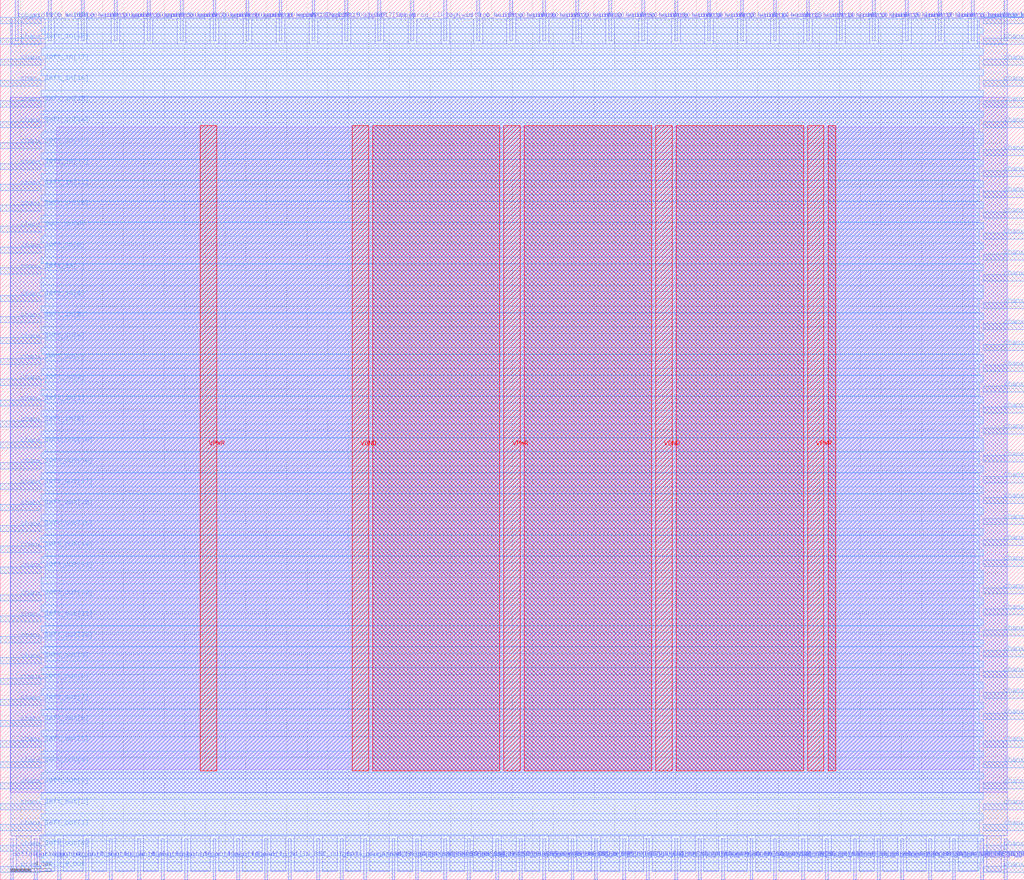
<source format=lef>
VERSION 5.7 ;
  NOWIREEXTENSIONATPIN ON ;
  DIVIDERCHAR "/" ;
  BUSBITCHARS "[]" ;
MACRO cbx_1__0_
  CLASS BLOCK ;
  FOREIGN cbx_1__0_ ;
  ORIGIN 0.000 0.000 ;
  SIZE 100.000 BY 86.000 ;
  PIN IO_ISOL_N
    DIRECTION INPUT ;
    USE SIGNAL ;
    PORT
      LAYER met2 ;
        RECT 36.890 82.000 37.170 86.000 ;
    END
  END IO_ISOL_N
  PIN SC_IN_BOT
    DIRECTION INPUT ;
    USE SIGNAL ;
    PORT
      LAYER met2 ;
        RECT 28.150 0.000 28.430 4.000 ;
    END
  END SC_IN_BOT
  PIN SC_IN_TOP
    DIRECTION INPUT ;
    USE SIGNAL ;
    PORT
      LAYER met2 ;
        RECT 30.450 82.000 30.730 86.000 ;
    END
  END SC_IN_TOP
  PIN SC_OUT_BOT
    DIRECTION OUTPUT TRISTATE ;
    USE SIGNAL ;
    PORT
      LAYER met2 ;
        RECT 30.910 0.000 31.190 4.000 ;
    END
  END SC_OUT_BOT
  PIN SC_OUT_TOP
    DIRECTION OUTPUT TRISTATE ;
    USE SIGNAL ;
    PORT
      LAYER met2 ;
        RECT 33.670 82.000 33.950 86.000 ;
    END
  END SC_OUT_TOP
  PIN bottom_grid_pin_0_
    DIRECTION OUTPUT TRISTATE ;
    USE SIGNAL ;
    PORT
      LAYER met2 ;
        RECT 1.010 0.000 1.290 4.000 ;
    END
  END bottom_grid_pin_0_
  PIN bottom_grid_pin_10_
    DIRECTION OUTPUT TRISTATE ;
    USE SIGNAL ;
    PORT
      LAYER met2 ;
        RECT 13.430 0.000 13.710 4.000 ;
    END
  END bottom_grid_pin_10_
  PIN bottom_grid_pin_12_
    DIRECTION OUTPUT TRISTATE ;
    USE SIGNAL ;
    PORT
      LAYER met2 ;
        RECT 15.730 0.000 16.010 4.000 ;
    END
  END bottom_grid_pin_12_
  PIN bottom_grid_pin_14_
    DIRECTION OUTPUT TRISTATE ;
    USE SIGNAL ;
    PORT
      LAYER met2 ;
        RECT 18.030 0.000 18.310 4.000 ;
    END
  END bottom_grid_pin_14_
  PIN bottom_grid_pin_16_
    DIRECTION OUTPUT TRISTATE ;
    USE SIGNAL ;
    PORT
      LAYER met2 ;
        RECT 20.790 0.000 21.070 4.000 ;
    END
  END bottom_grid_pin_16_
  PIN bottom_grid_pin_2_
    DIRECTION OUTPUT TRISTATE ;
    USE SIGNAL ;
    PORT
      LAYER met2 ;
        RECT 3.310 0.000 3.590 4.000 ;
    END
  END bottom_grid_pin_2_
  PIN bottom_grid_pin_4_
    DIRECTION OUTPUT TRISTATE ;
    USE SIGNAL ;
    PORT
      LAYER met2 ;
        RECT 5.610 0.000 5.890 4.000 ;
    END
  END bottom_grid_pin_4_
  PIN bottom_grid_pin_6_
    DIRECTION OUTPUT TRISTATE ;
    USE SIGNAL ;
    PORT
      LAYER met2 ;
        RECT 8.370 0.000 8.650 4.000 ;
    END
  END bottom_grid_pin_6_
  PIN bottom_grid_pin_8_
    DIRECTION OUTPUT TRISTATE ;
    USE SIGNAL ;
    PORT
      LAYER met2 ;
        RECT 10.670 0.000 10.950 4.000 ;
    END
  END bottom_grid_pin_8_
  PIN ccff_head
    DIRECTION INPUT ;
    USE SIGNAL ;
    PORT
      LAYER met2 ;
        RECT 23.090 0.000 23.370 4.000 ;
    END
  END ccff_head
  PIN ccff_tail
    DIRECTION OUTPUT TRISTATE ;
    USE SIGNAL ;
    PORT
      LAYER met2 ;
        RECT 25.850 0.000 26.130 4.000 ;
    END
  END ccff_tail
  PIN chanx_left_in[0]
    DIRECTION INPUT ;
    USE SIGNAL ;
    PORT
      LAYER met3 ;
        RECT 0.000 44.240 4.000 44.840 ;
    END
  END chanx_left_in[0]
  PIN chanx_left_in[10]
    DIRECTION INPUT ;
    USE SIGNAL ;
    PORT
      LAYER met3 ;
        RECT 0.000 65.320 4.000 65.920 ;
    END
  END chanx_left_in[10]
  PIN chanx_left_in[11]
    DIRECTION INPUT ;
    USE SIGNAL ;
    PORT
      LAYER met3 ;
        RECT 0.000 67.360 4.000 67.960 ;
    END
  END chanx_left_in[11]
  PIN chanx_left_in[12]
    DIRECTION INPUT ;
    USE SIGNAL ;
    PORT
      LAYER met3 ;
        RECT 0.000 69.400 4.000 70.000 ;
    END
  END chanx_left_in[12]
  PIN chanx_left_in[13]
    DIRECTION INPUT ;
    USE SIGNAL ;
    PORT
      LAYER met3 ;
        RECT 0.000 71.440 4.000 72.040 ;
    END
  END chanx_left_in[13]
  PIN chanx_left_in[14]
    DIRECTION INPUT ;
    USE SIGNAL ;
    PORT
      LAYER met3 ;
        RECT 0.000 73.480 4.000 74.080 ;
    END
  END chanx_left_in[14]
  PIN chanx_left_in[15]
    DIRECTION INPUT ;
    USE SIGNAL ;
    PORT
      LAYER met3 ;
        RECT 0.000 75.520 4.000 76.120 ;
    END
  END chanx_left_in[15]
  PIN chanx_left_in[16]
    DIRECTION INPUT ;
    USE SIGNAL ;
    PORT
      LAYER met3 ;
        RECT 0.000 77.560 4.000 78.160 ;
    END
  END chanx_left_in[16]
  PIN chanx_left_in[17]
    DIRECTION INPUT ;
    USE SIGNAL ;
    PORT
      LAYER met3 ;
        RECT 0.000 79.600 4.000 80.200 ;
    END
  END chanx_left_in[17]
  PIN chanx_left_in[18]
    DIRECTION INPUT ;
    USE SIGNAL ;
    PORT
      LAYER met3 ;
        RECT 0.000 81.640 4.000 82.240 ;
    END
  END chanx_left_in[18]
  PIN chanx_left_in[19]
    DIRECTION INPUT ;
    USE SIGNAL ;
    PORT
      LAYER met3 ;
        RECT 0.000 83.680 4.000 84.280 ;
    END
  END chanx_left_in[19]
  PIN chanx_left_in[1]
    DIRECTION INPUT ;
    USE SIGNAL ;
    PORT
      LAYER met3 ;
        RECT 0.000 46.280 4.000 46.880 ;
    END
  END chanx_left_in[1]
  PIN chanx_left_in[2]
    DIRECTION INPUT ;
    USE SIGNAL ;
    PORT
      LAYER met3 ;
        RECT 0.000 48.320 4.000 48.920 ;
    END
  END chanx_left_in[2]
  PIN chanx_left_in[3]
    DIRECTION INPUT ;
    USE SIGNAL ;
    PORT
      LAYER met3 ;
        RECT 0.000 50.360 4.000 50.960 ;
    END
  END chanx_left_in[3]
  PIN chanx_left_in[4]
    DIRECTION INPUT ;
    USE SIGNAL ;
    PORT
      LAYER met3 ;
        RECT 0.000 52.400 4.000 53.000 ;
    END
  END chanx_left_in[4]
  PIN chanx_left_in[5]
    DIRECTION INPUT ;
    USE SIGNAL ;
    PORT
      LAYER met3 ;
        RECT 0.000 54.440 4.000 55.040 ;
    END
  END chanx_left_in[5]
  PIN chanx_left_in[6]
    DIRECTION INPUT ;
    USE SIGNAL ;
    PORT
      LAYER met3 ;
        RECT 0.000 56.480 4.000 57.080 ;
    END
  END chanx_left_in[6]
  PIN chanx_left_in[7]
    DIRECTION INPUT ;
    USE SIGNAL ;
    PORT
      LAYER met3 ;
        RECT 0.000 59.200 4.000 59.800 ;
    END
  END chanx_left_in[7]
  PIN chanx_left_in[8]
    DIRECTION INPUT ;
    USE SIGNAL ;
    PORT
      LAYER met3 ;
        RECT 0.000 61.240 4.000 61.840 ;
    END
  END chanx_left_in[8]
  PIN chanx_left_in[9]
    DIRECTION INPUT ;
    USE SIGNAL ;
    PORT
      LAYER met3 ;
        RECT 0.000 63.280 4.000 63.880 ;
    END
  END chanx_left_in[9]
  PIN chanx_left_out[0]
    DIRECTION OUTPUT TRISTATE ;
    USE SIGNAL ;
    PORT
      LAYER met3 ;
        RECT 0.000 2.760 4.000 3.360 ;
    END
  END chanx_left_out[0]
  PIN chanx_left_out[10]
    DIRECTION OUTPUT TRISTATE ;
    USE SIGNAL ;
    PORT
      LAYER met3 ;
        RECT 0.000 23.160 4.000 23.760 ;
    END
  END chanx_left_out[10]
  PIN chanx_left_out[11]
    DIRECTION OUTPUT TRISTATE ;
    USE SIGNAL ;
    PORT
      LAYER met3 ;
        RECT 0.000 25.200 4.000 25.800 ;
    END
  END chanx_left_out[11]
  PIN chanx_left_out[12]
    DIRECTION OUTPUT TRISTATE ;
    USE SIGNAL ;
    PORT
      LAYER met3 ;
        RECT 0.000 27.240 4.000 27.840 ;
    END
  END chanx_left_out[12]
  PIN chanx_left_out[13]
    DIRECTION OUTPUT TRISTATE ;
    USE SIGNAL ;
    PORT
      LAYER met3 ;
        RECT 0.000 29.960 4.000 30.560 ;
    END
  END chanx_left_out[13]
  PIN chanx_left_out[14]
    DIRECTION OUTPUT TRISTATE ;
    USE SIGNAL ;
    PORT
      LAYER met3 ;
        RECT 0.000 32.000 4.000 32.600 ;
    END
  END chanx_left_out[14]
  PIN chanx_left_out[15]
    DIRECTION OUTPUT TRISTATE ;
    USE SIGNAL ;
    PORT
      LAYER met3 ;
        RECT 0.000 34.040 4.000 34.640 ;
    END
  END chanx_left_out[15]
  PIN chanx_left_out[16]
    DIRECTION OUTPUT TRISTATE ;
    USE SIGNAL ;
    PORT
      LAYER met3 ;
        RECT 0.000 36.080 4.000 36.680 ;
    END
  END chanx_left_out[16]
  PIN chanx_left_out[17]
    DIRECTION OUTPUT TRISTATE ;
    USE SIGNAL ;
    PORT
      LAYER met3 ;
        RECT 0.000 38.120 4.000 38.720 ;
    END
  END chanx_left_out[17]
  PIN chanx_left_out[18]
    DIRECTION OUTPUT TRISTATE ;
    USE SIGNAL ;
    PORT
      LAYER met3 ;
        RECT 0.000 40.160 4.000 40.760 ;
    END
  END chanx_left_out[18]
  PIN chanx_left_out[19]
    DIRECTION OUTPUT TRISTATE ;
    USE SIGNAL ;
    PORT
      LAYER met3 ;
        RECT 0.000 42.200 4.000 42.800 ;
    END
  END chanx_left_out[19]
  PIN chanx_left_out[1]
    DIRECTION OUTPUT TRISTATE ;
    USE SIGNAL ;
    PORT
      LAYER met3 ;
        RECT 0.000 4.800 4.000 5.400 ;
    END
  END chanx_left_out[1]
  PIN chanx_left_out[2]
    DIRECTION OUTPUT TRISTATE ;
    USE SIGNAL ;
    PORT
      LAYER met3 ;
        RECT 0.000 6.840 4.000 7.440 ;
    END
  END chanx_left_out[2]
  PIN chanx_left_out[3]
    DIRECTION OUTPUT TRISTATE ;
    USE SIGNAL ;
    PORT
      LAYER met3 ;
        RECT 0.000 8.880 4.000 9.480 ;
    END
  END chanx_left_out[3]
  PIN chanx_left_out[4]
    DIRECTION OUTPUT TRISTATE ;
    USE SIGNAL ;
    PORT
      LAYER met3 ;
        RECT 0.000 10.920 4.000 11.520 ;
    END
  END chanx_left_out[4]
  PIN chanx_left_out[5]
    DIRECTION OUTPUT TRISTATE ;
    USE SIGNAL ;
    PORT
      LAYER met3 ;
        RECT 0.000 12.960 4.000 13.560 ;
    END
  END chanx_left_out[5]
  PIN chanx_left_out[6]
    DIRECTION OUTPUT TRISTATE ;
    USE SIGNAL ;
    PORT
      LAYER met3 ;
        RECT 0.000 15.000 4.000 15.600 ;
    END
  END chanx_left_out[6]
  PIN chanx_left_out[7]
    DIRECTION OUTPUT TRISTATE ;
    USE SIGNAL ;
    PORT
      LAYER met3 ;
        RECT 0.000 17.040 4.000 17.640 ;
    END
  END chanx_left_out[7]
  PIN chanx_left_out[8]
    DIRECTION OUTPUT TRISTATE ;
    USE SIGNAL ;
    PORT
      LAYER met3 ;
        RECT 0.000 19.080 4.000 19.680 ;
    END
  END chanx_left_out[8]
  PIN chanx_left_out[9]
    DIRECTION OUTPUT TRISTATE ;
    USE SIGNAL ;
    PORT
      LAYER met3 ;
        RECT 0.000 21.120 4.000 21.720 ;
    END
  END chanx_left_out[9]
  PIN chanx_right_in[0]
    DIRECTION INPUT ;
    USE SIGNAL ;
    PORT
      LAYER met3 ;
        RECT 96.000 43.560 100.000 44.160 ;
    END
  END chanx_right_in[0]
  PIN chanx_right_in[10]
    DIRECTION INPUT ;
    USE SIGNAL ;
    PORT
      LAYER met3 ;
        RECT 96.000 64.640 100.000 65.240 ;
    END
  END chanx_right_in[10]
  PIN chanx_right_in[11]
    DIRECTION INPUT ;
    USE SIGNAL ;
    PORT
      LAYER met3 ;
        RECT 96.000 66.680 100.000 67.280 ;
    END
  END chanx_right_in[11]
  PIN chanx_right_in[12]
    DIRECTION INPUT ;
    USE SIGNAL ;
    PORT
      LAYER met3 ;
        RECT 96.000 68.720 100.000 69.320 ;
    END
  END chanx_right_in[12]
  PIN chanx_right_in[13]
    DIRECTION INPUT ;
    USE SIGNAL ;
    PORT
      LAYER met3 ;
        RECT 96.000 70.760 100.000 71.360 ;
    END
  END chanx_right_in[13]
  PIN chanx_right_in[14]
    DIRECTION INPUT ;
    USE SIGNAL ;
    PORT
      LAYER met3 ;
        RECT 96.000 73.480 100.000 74.080 ;
    END
  END chanx_right_in[14]
  PIN chanx_right_in[15]
    DIRECTION INPUT ;
    USE SIGNAL ;
    PORT
      LAYER met3 ;
        RECT 96.000 75.520 100.000 76.120 ;
    END
  END chanx_right_in[15]
  PIN chanx_right_in[16]
    DIRECTION INPUT ;
    USE SIGNAL ;
    PORT
      LAYER met3 ;
        RECT 96.000 77.560 100.000 78.160 ;
    END
  END chanx_right_in[16]
  PIN chanx_right_in[17]
    DIRECTION INPUT ;
    USE SIGNAL ;
    PORT
      LAYER met3 ;
        RECT 96.000 79.600 100.000 80.200 ;
    END
  END chanx_right_in[17]
  PIN chanx_right_in[18]
    DIRECTION INPUT ;
    USE SIGNAL ;
    PORT
      LAYER met3 ;
        RECT 96.000 81.640 100.000 82.240 ;
    END
  END chanx_right_in[18]
  PIN chanx_right_in[19]
    DIRECTION INPUT ;
    USE SIGNAL ;
    PORT
      LAYER met3 ;
        RECT 96.000 83.680 100.000 84.280 ;
    END
  END chanx_right_in[19]
  PIN chanx_right_in[1]
    DIRECTION INPUT ;
    USE SIGNAL ;
    PORT
      LAYER met3 ;
        RECT 96.000 45.600 100.000 46.200 ;
    END
  END chanx_right_in[1]
  PIN chanx_right_in[2]
    DIRECTION INPUT ;
    USE SIGNAL ;
    PORT
      LAYER met3 ;
        RECT 96.000 47.640 100.000 48.240 ;
    END
  END chanx_right_in[2]
  PIN chanx_right_in[3]
    DIRECTION INPUT ;
    USE SIGNAL ;
    PORT
      LAYER met3 ;
        RECT 96.000 49.680 100.000 50.280 ;
    END
  END chanx_right_in[3]
  PIN chanx_right_in[4]
    DIRECTION INPUT ;
    USE SIGNAL ;
    PORT
      LAYER met3 ;
        RECT 96.000 51.720 100.000 52.320 ;
    END
  END chanx_right_in[4]
  PIN chanx_right_in[5]
    DIRECTION INPUT ;
    USE SIGNAL ;
    PORT
      LAYER met3 ;
        RECT 96.000 53.760 100.000 54.360 ;
    END
  END chanx_right_in[5]
  PIN chanx_right_in[6]
    DIRECTION INPUT ;
    USE SIGNAL ;
    PORT
      LAYER met3 ;
        RECT 96.000 55.800 100.000 56.400 ;
    END
  END chanx_right_in[6]
  PIN chanx_right_in[7]
    DIRECTION INPUT ;
    USE SIGNAL ;
    PORT
      LAYER met3 ;
        RECT 96.000 58.520 100.000 59.120 ;
    END
  END chanx_right_in[7]
  PIN chanx_right_in[8]
    DIRECTION INPUT ;
    USE SIGNAL ;
    PORT
      LAYER met3 ;
        RECT 96.000 60.560 100.000 61.160 ;
    END
  END chanx_right_in[8]
  PIN chanx_right_in[9]
    DIRECTION INPUT ;
    USE SIGNAL ;
    PORT
      LAYER met3 ;
        RECT 96.000 62.600 100.000 63.200 ;
    END
  END chanx_right_in[9]
  PIN chanx_right_out[0]
    DIRECTION OUTPUT TRISTATE ;
    USE SIGNAL ;
    PORT
      LAYER met3 ;
        RECT 96.000 0.720 100.000 1.320 ;
    END
  END chanx_right_out[0]
  PIN chanx_right_out[10]
    DIRECTION OUTPUT TRISTATE ;
    USE SIGNAL ;
    PORT
      LAYER met3 ;
        RECT 96.000 21.800 100.000 22.400 ;
    END
  END chanx_right_out[10]
  PIN chanx_right_out[11]
    DIRECTION OUTPUT TRISTATE ;
    USE SIGNAL ;
    PORT
      LAYER met3 ;
        RECT 96.000 23.840 100.000 24.440 ;
    END
  END chanx_right_out[11]
  PIN chanx_right_out[12]
    DIRECTION OUTPUT TRISTATE ;
    USE SIGNAL ;
    PORT
      LAYER met3 ;
        RECT 96.000 25.880 100.000 26.480 ;
    END
  END chanx_right_out[12]
  PIN chanx_right_out[13]
    DIRECTION OUTPUT TRISTATE ;
    USE SIGNAL ;
    PORT
      LAYER met3 ;
        RECT 96.000 27.920 100.000 28.520 ;
    END
  END chanx_right_out[13]
  PIN chanx_right_out[14]
    DIRECTION OUTPUT TRISTATE ;
    USE SIGNAL ;
    PORT
      LAYER met3 ;
        RECT 96.000 30.640 100.000 31.240 ;
    END
  END chanx_right_out[14]
  PIN chanx_right_out[15]
    DIRECTION OUTPUT TRISTATE ;
    USE SIGNAL ;
    PORT
      LAYER met3 ;
        RECT 96.000 32.680 100.000 33.280 ;
    END
  END chanx_right_out[15]
  PIN chanx_right_out[16]
    DIRECTION OUTPUT TRISTATE ;
    USE SIGNAL ;
    PORT
      LAYER met3 ;
        RECT 96.000 34.720 100.000 35.320 ;
    END
  END chanx_right_out[16]
  PIN chanx_right_out[17]
    DIRECTION OUTPUT TRISTATE ;
    USE SIGNAL ;
    PORT
      LAYER met3 ;
        RECT 96.000 36.760 100.000 37.360 ;
    END
  END chanx_right_out[17]
  PIN chanx_right_out[18]
    DIRECTION OUTPUT TRISTATE ;
    USE SIGNAL ;
    PORT
      LAYER met3 ;
        RECT 96.000 38.800 100.000 39.400 ;
    END
  END chanx_right_out[18]
  PIN chanx_right_out[19]
    DIRECTION OUTPUT TRISTATE ;
    USE SIGNAL ;
    PORT
      LAYER met3 ;
        RECT 96.000 40.840 100.000 41.440 ;
    END
  END chanx_right_out[19]
  PIN chanx_right_out[1]
    DIRECTION OUTPUT TRISTATE ;
    USE SIGNAL ;
    PORT
      LAYER met3 ;
        RECT 96.000 2.760 100.000 3.360 ;
    END
  END chanx_right_out[1]
  PIN chanx_right_out[2]
    DIRECTION OUTPUT TRISTATE ;
    USE SIGNAL ;
    PORT
      LAYER met3 ;
        RECT 96.000 4.800 100.000 5.400 ;
    END
  END chanx_right_out[2]
  PIN chanx_right_out[3]
    DIRECTION OUTPUT TRISTATE ;
    USE SIGNAL ;
    PORT
      LAYER met3 ;
        RECT 96.000 6.840 100.000 7.440 ;
    END
  END chanx_right_out[3]
  PIN chanx_right_out[4]
    DIRECTION OUTPUT TRISTATE ;
    USE SIGNAL ;
    PORT
      LAYER met3 ;
        RECT 96.000 8.880 100.000 9.480 ;
    END
  END chanx_right_out[4]
  PIN chanx_right_out[5]
    DIRECTION OUTPUT TRISTATE ;
    USE SIGNAL ;
    PORT
      LAYER met3 ;
        RECT 96.000 10.920 100.000 11.520 ;
    END
  END chanx_right_out[5]
  PIN chanx_right_out[6]
    DIRECTION OUTPUT TRISTATE ;
    USE SIGNAL ;
    PORT
      LAYER met3 ;
        RECT 96.000 12.960 100.000 13.560 ;
    END
  END chanx_right_out[6]
  PIN chanx_right_out[7]
    DIRECTION OUTPUT TRISTATE ;
    USE SIGNAL ;
    PORT
      LAYER met3 ;
        RECT 96.000 15.680 100.000 16.280 ;
    END
  END chanx_right_out[7]
  PIN chanx_right_out[8]
    DIRECTION OUTPUT TRISTATE ;
    USE SIGNAL ;
    PORT
      LAYER met3 ;
        RECT 96.000 17.720 100.000 18.320 ;
    END
  END chanx_right_out[8]
  PIN chanx_right_out[9]
    DIRECTION OUTPUT TRISTATE ;
    USE SIGNAL ;
    PORT
      LAYER met3 ;
        RECT 96.000 19.760 100.000 20.360 ;
    END
  END chanx_right_out[9]
  PIN gfpga_pad_EMBEDDED_IO_HD_SOC_DIR[0]
    DIRECTION OUTPUT TRISTATE ;
    USE SIGNAL ;
    PORT
      LAYER met2 ;
        RECT 33.210 0.000 33.490 4.000 ;
    END
  END gfpga_pad_EMBEDDED_IO_HD_SOC_DIR[0]
  PIN gfpga_pad_EMBEDDED_IO_HD_SOC_DIR[1]
    DIRECTION OUTPUT TRISTATE ;
    USE SIGNAL ;
    PORT
      LAYER met2 ;
        RECT 35.510 0.000 35.790 4.000 ;
    END
  END gfpga_pad_EMBEDDED_IO_HD_SOC_DIR[1]
  PIN gfpga_pad_EMBEDDED_IO_HD_SOC_DIR[2]
    DIRECTION OUTPUT TRISTATE ;
    USE SIGNAL ;
    PORT
      LAYER met2 ;
        RECT 38.270 0.000 38.550 4.000 ;
    END
  END gfpga_pad_EMBEDDED_IO_HD_SOC_DIR[2]
  PIN gfpga_pad_EMBEDDED_IO_HD_SOC_DIR[3]
    DIRECTION OUTPUT TRISTATE ;
    USE SIGNAL ;
    PORT
      LAYER met2 ;
        RECT 40.570 0.000 40.850 4.000 ;
    END
  END gfpga_pad_EMBEDDED_IO_HD_SOC_DIR[3]
  PIN gfpga_pad_EMBEDDED_IO_HD_SOC_DIR[4]
    DIRECTION OUTPUT TRISTATE ;
    USE SIGNAL ;
    PORT
      LAYER met2 ;
        RECT 43.330 0.000 43.610 4.000 ;
    END
  END gfpga_pad_EMBEDDED_IO_HD_SOC_DIR[4]
  PIN gfpga_pad_EMBEDDED_IO_HD_SOC_DIR[5]
    DIRECTION OUTPUT TRISTATE ;
    USE SIGNAL ;
    PORT
      LAYER met2 ;
        RECT 45.630 0.000 45.910 4.000 ;
    END
  END gfpga_pad_EMBEDDED_IO_HD_SOC_DIR[5]
  PIN gfpga_pad_EMBEDDED_IO_HD_SOC_DIR[6]
    DIRECTION OUTPUT TRISTATE ;
    USE SIGNAL ;
    PORT
      LAYER met2 ;
        RECT 48.390 0.000 48.670 4.000 ;
    END
  END gfpga_pad_EMBEDDED_IO_HD_SOC_DIR[6]
  PIN gfpga_pad_EMBEDDED_IO_HD_SOC_DIR[7]
    DIRECTION OUTPUT TRISTATE ;
    USE SIGNAL ;
    PORT
      LAYER met2 ;
        RECT 50.690 0.000 50.970 4.000 ;
    END
  END gfpga_pad_EMBEDDED_IO_HD_SOC_DIR[7]
  PIN gfpga_pad_EMBEDDED_IO_HD_SOC_DIR[8]
    DIRECTION OUTPUT TRISTATE ;
    USE SIGNAL ;
    PORT
      LAYER met2 ;
        RECT 52.990 0.000 53.270 4.000 ;
    END
  END gfpga_pad_EMBEDDED_IO_HD_SOC_DIR[8]
  PIN gfpga_pad_EMBEDDED_IO_HD_SOC_IN[0]
    DIRECTION INPUT ;
    USE SIGNAL ;
    PORT
      LAYER met2 ;
        RECT 55.750 0.000 56.030 4.000 ;
    END
  END gfpga_pad_EMBEDDED_IO_HD_SOC_IN[0]
  PIN gfpga_pad_EMBEDDED_IO_HD_SOC_IN[1]
    DIRECTION INPUT ;
    USE SIGNAL ;
    PORT
      LAYER met2 ;
        RECT 58.050 0.000 58.330 4.000 ;
    END
  END gfpga_pad_EMBEDDED_IO_HD_SOC_IN[1]
  PIN gfpga_pad_EMBEDDED_IO_HD_SOC_IN[2]
    DIRECTION INPUT ;
    USE SIGNAL ;
    PORT
      LAYER met2 ;
        RECT 60.810 0.000 61.090 4.000 ;
    END
  END gfpga_pad_EMBEDDED_IO_HD_SOC_IN[2]
  PIN gfpga_pad_EMBEDDED_IO_HD_SOC_IN[3]
    DIRECTION INPUT ;
    USE SIGNAL ;
    PORT
      LAYER met2 ;
        RECT 63.110 0.000 63.390 4.000 ;
    END
  END gfpga_pad_EMBEDDED_IO_HD_SOC_IN[3]
  PIN gfpga_pad_EMBEDDED_IO_HD_SOC_IN[4]
    DIRECTION INPUT ;
    USE SIGNAL ;
    PORT
      LAYER met2 ;
        RECT 65.870 0.000 66.150 4.000 ;
    END
  END gfpga_pad_EMBEDDED_IO_HD_SOC_IN[4]
  PIN gfpga_pad_EMBEDDED_IO_HD_SOC_IN[5]
    DIRECTION INPUT ;
    USE SIGNAL ;
    PORT
      LAYER met2 ;
        RECT 68.170 0.000 68.450 4.000 ;
    END
  END gfpga_pad_EMBEDDED_IO_HD_SOC_IN[5]
  PIN gfpga_pad_EMBEDDED_IO_HD_SOC_IN[6]
    DIRECTION INPUT ;
    USE SIGNAL ;
    PORT
      LAYER met2 ;
        RECT 70.470 0.000 70.750 4.000 ;
    END
  END gfpga_pad_EMBEDDED_IO_HD_SOC_IN[6]
  PIN gfpga_pad_EMBEDDED_IO_HD_SOC_IN[7]
    DIRECTION INPUT ;
    USE SIGNAL ;
    PORT
      LAYER met2 ;
        RECT 73.230 0.000 73.510 4.000 ;
    END
  END gfpga_pad_EMBEDDED_IO_HD_SOC_IN[7]
  PIN gfpga_pad_EMBEDDED_IO_HD_SOC_IN[8]
    DIRECTION INPUT ;
    USE SIGNAL ;
    PORT
      LAYER met2 ;
        RECT 75.530 0.000 75.810 4.000 ;
    END
  END gfpga_pad_EMBEDDED_IO_HD_SOC_IN[8]
  PIN gfpga_pad_EMBEDDED_IO_HD_SOC_OUT[0]
    DIRECTION OUTPUT TRISTATE ;
    USE SIGNAL ;
    PORT
      LAYER met2 ;
        RECT 78.290 0.000 78.570 4.000 ;
    END
  END gfpga_pad_EMBEDDED_IO_HD_SOC_OUT[0]
  PIN gfpga_pad_EMBEDDED_IO_HD_SOC_OUT[1]
    DIRECTION OUTPUT TRISTATE ;
    USE SIGNAL ;
    PORT
      LAYER met2 ;
        RECT 80.590 0.000 80.870 4.000 ;
    END
  END gfpga_pad_EMBEDDED_IO_HD_SOC_OUT[1]
  PIN gfpga_pad_EMBEDDED_IO_HD_SOC_OUT[2]
    DIRECTION OUTPUT TRISTATE ;
    USE SIGNAL ;
    PORT
      LAYER met2 ;
        RECT 83.350 0.000 83.630 4.000 ;
    END
  END gfpga_pad_EMBEDDED_IO_HD_SOC_OUT[2]
  PIN gfpga_pad_EMBEDDED_IO_HD_SOC_OUT[3]
    DIRECTION OUTPUT TRISTATE ;
    USE SIGNAL ;
    PORT
      LAYER met2 ;
        RECT 85.650 0.000 85.930 4.000 ;
    END
  END gfpga_pad_EMBEDDED_IO_HD_SOC_OUT[3]
  PIN gfpga_pad_EMBEDDED_IO_HD_SOC_OUT[4]
    DIRECTION OUTPUT TRISTATE ;
    USE SIGNAL ;
    PORT
      LAYER met2 ;
        RECT 87.950 0.000 88.230 4.000 ;
    END
  END gfpga_pad_EMBEDDED_IO_HD_SOC_OUT[4]
  PIN gfpga_pad_EMBEDDED_IO_HD_SOC_OUT[5]
    DIRECTION OUTPUT TRISTATE ;
    USE SIGNAL ;
    PORT
      LAYER met2 ;
        RECT 90.710 0.000 90.990 4.000 ;
    END
  END gfpga_pad_EMBEDDED_IO_HD_SOC_OUT[5]
  PIN gfpga_pad_EMBEDDED_IO_HD_SOC_OUT[6]
    DIRECTION OUTPUT TRISTATE ;
    USE SIGNAL ;
    PORT
      LAYER met2 ;
        RECT 93.010 0.000 93.290 4.000 ;
    END
  END gfpga_pad_EMBEDDED_IO_HD_SOC_OUT[6]
  PIN gfpga_pad_EMBEDDED_IO_HD_SOC_OUT[7]
    DIRECTION OUTPUT TRISTATE ;
    USE SIGNAL ;
    PORT
      LAYER met2 ;
        RECT 95.770 0.000 96.050 4.000 ;
    END
  END gfpga_pad_EMBEDDED_IO_HD_SOC_OUT[7]
  PIN gfpga_pad_EMBEDDED_IO_HD_SOC_OUT[8]
    DIRECTION OUTPUT TRISTATE ;
    USE SIGNAL ;
    PORT
      LAYER met2 ;
        RECT 98.070 0.000 98.350 4.000 ;
    END
  END gfpga_pad_EMBEDDED_IO_HD_SOC_OUT[8]
  PIN prog_clk_0_N_in
    DIRECTION INPUT ;
    USE SIGNAL ;
    PORT
      LAYER met2 ;
        RECT 40.110 82.000 40.390 86.000 ;
    END
  END prog_clk_0_N_in
  PIN prog_clk_0_W_out
    DIRECTION OUTPUT TRISTATE ;
    USE SIGNAL ;
    PORT
      LAYER met3 ;
        RECT 0.000 0.720 4.000 1.320 ;
    END
  END prog_clk_0_W_out
  PIN top_width_0_height_0__pin_0_
    DIRECTION INPUT ;
    USE SIGNAL ;
    PORT
      LAYER met2 ;
        RECT 43.330 82.000 43.610 86.000 ;
    END
  END top_width_0_height_0__pin_0_
  PIN top_width_0_height_0__pin_10_
    DIRECTION INPUT ;
    USE SIGNAL ;
    PORT
      LAYER met2 ;
        RECT 59.430 82.000 59.710 86.000 ;
    END
  END top_width_0_height_0__pin_10_
  PIN top_width_0_height_0__pin_11_lower
    DIRECTION OUTPUT TRISTATE ;
    USE SIGNAL ;
    PORT
      LAYER met2 ;
        RECT 72.310 82.000 72.590 86.000 ;
    END
  END top_width_0_height_0__pin_11_lower
  PIN top_width_0_height_0__pin_11_upper
    DIRECTION OUTPUT TRISTATE ;
    USE SIGNAL ;
    PORT
      LAYER met2 ;
        RECT 17.570 82.000 17.850 86.000 ;
    END
  END top_width_0_height_0__pin_11_upper
  PIN top_width_0_height_0__pin_12_
    DIRECTION INPUT ;
    USE SIGNAL ;
    PORT
      LAYER met2 ;
        RECT 62.650 82.000 62.930 86.000 ;
    END
  END top_width_0_height_0__pin_12_
  PIN top_width_0_height_0__pin_13_lower
    DIRECTION OUTPUT TRISTATE ;
    USE SIGNAL ;
    PORT
      LAYER met2 ;
        RECT 75.530 82.000 75.810 86.000 ;
    END
  END top_width_0_height_0__pin_13_lower
  PIN top_width_0_height_0__pin_13_upper
    DIRECTION OUTPUT TRISTATE ;
    USE SIGNAL ;
    PORT
      LAYER met2 ;
        RECT 20.790 82.000 21.070 86.000 ;
    END
  END top_width_0_height_0__pin_13_upper
  PIN top_width_0_height_0__pin_14_
    DIRECTION INPUT ;
    USE SIGNAL ;
    PORT
      LAYER met2 ;
        RECT 65.870 82.000 66.150 86.000 ;
    END
  END top_width_0_height_0__pin_14_
  PIN top_width_0_height_0__pin_15_lower
    DIRECTION OUTPUT TRISTATE ;
    USE SIGNAL ;
    PORT
      LAYER met2 ;
        RECT 78.750 82.000 79.030 86.000 ;
    END
  END top_width_0_height_0__pin_15_lower
  PIN top_width_0_height_0__pin_15_upper
    DIRECTION OUTPUT TRISTATE ;
    USE SIGNAL ;
    PORT
      LAYER met2 ;
        RECT 24.010 82.000 24.290 86.000 ;
    END
  END top_width_0_height_0__pin_15_upper
  PIN top_width_0_height_0__pin_16_
    DIRECTION INPUT ;
    USE SIGNAL ;
    PORT
      LAYER met2 ;
        RECT 69.090 82.000 69.370 86.000 ;
    END
  END top_width_0_height_0__pin_16_
  PIN top_width_0_height_0__pin_17_lower
    DIRECTION OUTPUT TRISTATE ;
    USE SIGNAL ;
    PORT
      LAYER met2 ;
        RECT 81.970 82.000 82.250 86.000 ;
    END
  END top_width_0_height_0__pin_17_lower
  PIN top_width_0_height_0__pin_17_upper
    DIRECTION OUTPUT TRISTATE ;
    USE SIGNAL ;
    PORT
      LAYER met2 ;
        RECT 27.230 82.000 27.510 86.000 ;
    END
  END top_width_0_height_0__pin_17_upper
  PIN top_width_0_height_0__pin_1_lower
    DIRECTION OUTPUT TRISTATE ;
    USE SIGNAL ;
    PORT
      LAYER met2 ;
        RECT 85.190 82.000 85.470 86.000 ;
    END
  END top_width_0_height_0__pin_1_lower
  PIN top_width_0_height_0__pin_1_upper
    DIRECTION OUTPUT TRISTATE ;
    USE SIGNAL ;
    PORT
      LAYER met2 ;
        RECT 1.470 82.000 1.750 86.000 ;
    END
  END top_width_0_height_0__pin_1_upper
  PIN top_width_0_height_0__pin_2_
    DIRECTION INPUT ;
    USE SIGNAL ;
    PORT
      LAYER met2 ;
        RECT 46.550 82.000 46.830 86.000 ;
    END
  END top_width_0_height_0__pin_2_
  PIN top_width_0_height_0__pin_3_lower
    DIRECTION OUTPUT TRISTATE ;
    USE SIGNAL ;
    PORT
      LAYER met2 ;
        RECT 88.410 82.000 88.690 86.000 ;
    END
  END top_width_0_height_0__pin_3_lower
  PIN top_width_0_height_0__pin_3_upper
    DIRECTION OUTPUT TRISTATE ;
    USE SIGNAL ;
    PORT
      LAYER met2 ;
        RECT 4.690 82.000 4.970 86.000 ;
    END
  END top_width_0_height_0__pin_3_upper
  PIN top_width_0_height_0__pin_4_
    DIRECTION INPUT ;
    USE SIGNAL ;
    PORT
      LAYER met2 ;
        RECT 49.770 82.000 50.050 86.000 ;
    END
  END top_width_0_height_0__pin_4_
  PIN top_width_0_height_0__pin_5_lower
    DIRECTION OUTPUT TRISTATE ;
    USE SIGNAL ;
    PORT
      LAYER met2 ;
        RECT 91.630 82.000 91.910 86.000 ;
    END
  END top_width_0_height_0__pin_5_lower
  PIN top_width_0_height_0__pin_5_upper
    DIRECTION OUTPUT TRISTATE ;
    USE SIGNAL ;
    PORT
      LAYER met2 ;
        RECT 7.910 82.000 8.190 86.000 ;
    END
  END top_width_0_height_0__pin_5_upper
  PIN top_width_0_height_0__pin_6_
    DIRECTION INPUT ;
    USE SIGNAL ;
    PORT
      LAYER met2 ;
        RECT 52.990 82.000 53.270 86.000 ;
    END
  END top_width_0_height_0__pin_6_
  PIN top_width_0_height_0__pin_7_lower
    DIRECTION OUTPUT TRISTATE ;
    USE SIGNAL ;
    PORT
      LAYER met2 ;
        RECT 94.850 82.000 95.130 86.000 ;
    END
  END top_width_0_height_0__pin_7_lower
  PIN top_width_0_height_0__pin_7_upper
    DIRECTION OUTPUT TRISTATE ;
    USE SIGNAL ;
    PORT
      LAYER met2 ;
        RECT 11.130 82.000 11.410 86.000 ;
    END
  END top_width_0_height_0__pin_7_upper
  PIN top_width_0_height_0__pin_8_
    DIRECTION INPUT ;
    USE SIGNAL ;
    PORT
      LAYER met2 ;
        RECT 56.210 82.000 56.490 86.000 ;
    END
  END top_width_0_height_0__pin_8_
  PIN top_width_0_height_0__pin_9_lower
    DIRECTION OUTPUT TRISTATE ;
    USE SIGNAL ;
    PORT
      LAYER met2 ;
        RECT 98.070 82.000 98.350 86.000 ;
    END
  END top_width_0_height_0__pin_9_lower
  PIN top_width_0_height_0__pin_9_upper
    DIRECTION OUTPUT TRISTATE ;
    USE SIGNAL ;
    PORT
      LAYER met2 ;
        RECT 14.350 82.000 14.630 86.000 ;
    END
  END top_width_0_height_0__pin_9_upper
  PIN VPWR
    DIRECTION INOUT ;
    USE POWER ;
    PORT
      LAYER met4 ;
        RECT 78.855 10.640 80.455 73.680 ;
    END
  END VPWR
  PIN VPWR
    DIRECTION INOUT ;
    USE POWER ;
    PORT
      LAYER met4 ;
        RECT 49.200 10.640 50.800 73.680 ;
    END
  END VPWR
  PIN VPWR
    DIRECTION INOUT ;
    USE POWER ;
    PORT
      LAYER met4 ;
        RECT 19.545 10.640 21.145 73.680 ;
    END
  END VPWR
  PIN VGND
    DIRECTION INOUT ;
    USE GROUND ;
    PORT
      LAYER met4 ;
        RECT 64.025 10.640 65.625 73.680 ;
    END
  END VGND
  PIN VGND
    DIRECTION INOUT ;
    USE GROUND ;
    PORT
      LAYER met4 ;
        RECT 34.375 10.640 35.975 73.680 ;
    END
  END VGND
  OBS
      LAYER li1 ;
        RECT 5.520 10.795 95.075 73.525 ;
      LAYER met1 ;
        RECT 0.990 8.540 98.370 76.460 ;
      LAYER met2 ;
        RECT 1.020 81.720 1.190 84.165 ;
        RECT 2.030 81.720 4.410 84.165 ;
        RECT 5.250 81.720 7.630 84.165 ;
        RECT 8.470 81.720 10.850 84.165 ;
        RECT 11.690 81.720 14.070 84.165 ;
        RECT 14.910 81.720 17.290 84.165 ;
        RECT 18.130 81.720 20.510 84.165 ;
        RECT 21.350 81.720 23.730 84.165 ;
        RECT 24.570 81.720 26.950 84.165 ;
        RECT 27.790 81.720 30.170 84.165 ;
        RECT 31.010 81.720 33.390 84.165 ;
        RECT 34.230 81.720 36.610 84.165 ;
        RECT 37.450 81.720 39.830 84.165 ;
        RECT 40.670 81.720 43.050 84.165 ;
        RECT 43.890 81.720 46.270 84.165 ;
        RECT 47.110 81.720 49.490 84.165 ;
        RECT 50.330 81.720 52.710 84.165 ;
        RECT 53.550 81.720 55.930 84.165 ;
        RECT 56.770 81.720 59.150 84.165 ;
        RECT 59.990 81.720 62.370 84.165 ;
        RECT 63.210 81.720 65.590 84.165 ;
        RECT 66.430 81.720 68.810 84.165 ;
        RECT 69.650 81.720 72.030 84.165 ;
        RECT 72.870 81.720 75.250 84.165 ;
        RECT 76.090 81.720 78.470 84.165 ;
        RECT 79.310 81.720 81.690 84.165 ;
        RECT 82.530 81.720 84.910 84.165 ;
        RECT 85.750 81.720 88.130 84.165 ;
        RECT 88.970 81.720 91.350 84.165 ;
        RECT 92.190 81.720 94.570 84.165 ;
        RECT 95.410 81.720 97.790 84.165 ;
        RECT 1.020 4.280 98.340 81.720 ;
        RECT 1.570 0.835 3.030 4.280 ;
        RECT 3.870 0.835 5.330 4.280 ;
        RECT 6.170 0.835 8.090 4.280 ;
        RECT 8.930 0.835 10.390 4.280 ;
        RECT 11.230 0.835 13.150 4.280 ;
        RECT 13.990 0.835 15.450 4.280 ;
        RECT 16.290 0.835 17.750 4.280 ;
        RECT 18.590 0.835 20.510 4.280 ;
        RECT 21.350 0.835 22.810 4.280 ;
        RECT 23.650 0.835 25.570 4.280 ;
        RECT 26.410 0.835 27.870 4.280 ;
        RECT 28.710 0.835 30.630 4.280 ;
        RECT 31.470 0.835 32.930 4.280 ;
        RECT 33.770 0.835 35.230 4.280 ;
        RECT 36.070 0.835 37.990 4.280 ;
        RECT 38.830 0.835 40.290 4.280 ;
        RECT 41.130 0.835 43.050 4.280 ;
        RECT 43.890 0.835 45.350 4.280 ;
        RECT 46.190 0.835 48.110 4.280 ;
        RECT 48.950 0.835 50.410 4.280 ;
        RECT 51.250 0.835 52.710 4.280 ;
        RECT 53.550 0.835 55.470 4.280 ;
        RECT 56.310 0.835 57.770 4.280 ;
        RECT 58.610 0.835 60.530 4.280 ;
        RECT 61.370 0.835 62.830 4.280 ;
        RECT 63.670 0.835 65.590 4.280 ;
        RECT 66.430 0.835 67.890 4.280 ;
        RECT 68.730 0.835 70.190 4.280 ;
        RECT 71.030 0.835 72.950 4.280 ;
        RECT 73.790 0.835 75.250 4.280 ;
        RECT 76.090 0.835 78.010 4.280 ;
        RECT 78.850 0.835 80.310 4.280 ;
        RECT 81.150 0.835 83.070 4.280 ;
        RECT 83.910 0.835 85.370 4.280 ;
        RECT 86.210 0.835 87.670 4.280 ;
        RECT 88.510 0.835 90.430 4.280 ;
        RECT 91.270 0.835 92.730 4.280 ;
        RECT 93.570 0.835 95.490 4.280 ;
        RECT 96.330 0.835 97.790 4.280 ;
      LAYER met3 ;
        RECT 4.400 83.280 95.600 84.145 ;
        RECT 4.000 82.640 96.000 83.280 ;
        RECT 4.400 81.240 95.600 82.640 ;
        RECT 4.000 80.600 96.000 81.240 ;
        RECT 4.400 79.200 95.600 80.600 ;
        RECT 4.000 78.560 96.000 79.200 ;
        RECT 4.400 77.160 95.600 78.560 ;
        RECT 4.000 76.520 96.000 77.160 ;
        RECT 4.400 75.120 95.600 76.520 ;
        RECT 4.000 74.480 96.000 75.120 ;
        RECT 4.400 73.080 95.600 74.480 ;
        RECT 4.000 72.440 96.000 73.080 ;
        RECT 4.400 71.760 96.000 72.440 ;
        RECT 4.400 71.040 95.600 71.760 ;
        RECT 4.000 70.400 95.600 71.040 ;
        RECT 4.400 70.360 95.600 70.400 ;
        RECT 4.400 69.720 96.000 70.360 ;
        RECT 4.400 69.000 95.600 69.720 ;
        RECT 4.000 68.360 95.600 69.000 ;
        RECT 4.400 68.320 95.600 68.360 ;
        RECT 4.400 67.680 96.000 68.320 ;
        RECT 4.400 66.960 95.600 67.680 ;
        RECT 4.000 66.320 95.600 66.960 ;
        RECT 4.400 66.280 95.600 66.320 ;
        RECT 4.400 65.640 96.000 66.280 ;
        RECT 4.400 64.920 95.600 65.640 ;
        RECT 4.000 64.280 95.600 64.920 ;
        RECT 4.400 64.240 95.600 64.280 ;
        RECT 4.400 63.600 96.000 64.240 ;
        RECT 4.400 62.880 95.600 63.600 ;
        RECT 4.000 62.240 95.600 62.880 ;
        RECT 4.400 62.200 95.600 62.240 ;
        RECT 4.400 61.560 96.000 62.200 ;
        RECT 4.400 60.840 95.600 61.560 ;
        RECT 4.000 60.200 95.600 60.840 ;
        RECT 4.400 60.160 95.600 60.200 ;
        RECT 4.400 59.520 96.000 60.160 ;
        RECT 4.400 58.800 95.600 59.520 ;
        RECT 4.000 58.120 95.600 58.800 ;
        RECT 4.000 57.480 96.000 58.120 ;
        RECT 4.400 56.800 96.000 57.480 ;
        RECT 4.400 56.080 95.600 56.800 ;
        RECT 4.000 55.440 95.600 56.080 ;
        RECT 4.400 55.400 95.600 55.440 ;
        RECT 4.400 54.760 96.000 55.400 ;
        RECT 4.400 54.040 95.600 54.760 ;
        RECT 4.000 53.400 95.600 54.040 ;
        RECT 4.400 53.360 95.600 53.400 ;
        RECT 4.400 52.720 96.000 53.360 ;
        RECT 4.400 52.000 95.600 52.720 ;
        RECT 4.000 51.360 95.600 52.000 ;
        RECT 4.400 51.320 95.600 51.360 ;
        RECT 4.400 50.680 96.000 51.320 ;
        RECT 4.400 49.960 95.600 50.680 ;
        RECT 4.000 49.320 95.600 49.960 ;
        RECT 4.400 49.280 95.600 49.320 ;
        RECT 4.400 48.640 96.000 49.280 ;
        RECT 4.400 47.920 95.600 48.640 ;
        RECT 4.000 47.280 95.600 47.920 ;
        RECT 4.400 47.240 95.600 47.280 ;
        RECT 4.400 46.600 96.000 47.240 ;
        RECT 4.400 45.880 95.600 46.600 ;
        RECT 4.000 45.240 95.600 45.880 ;
        RECT 4.400 45.200 95.600 45.240 ;
        RECT 4.400 44.560 96.000 45.200 ;
        RECT 4.400 43.840 95.600 44.560 ;
        RECT 4.000 43.200 95.600 43.840 ;
        RECT 4.400 43.160 95.600 43.200 ;
        RECT 4.400 41.840 96.000 43.160 ;
        RECT 4.400 41.800 95.600 41.840 ;
        RECT 4.000 41.160 95.600 41.800 ;
        RECT 4.400 40.440 95.600 41.160 ;
        RECT 4.400 39.800 96.000 40.440 ;
        RECT 4.400 39.760 95.600 39.800 ;
        RECT 4.000 39.120 95.600 39.760 ;
        RECT 4.400 38.400 95.600 39.120 ;
        RECT 4.400 37.760 96.000 38.400 ;
        RECT 4.400 37.720 95.600 37.760 ;
        RECT 4.000 37.080 95.600 37.720 ;
        RECT 4.400 36.360 95.600 37.080 ;
        RECT 4.400 35.720 96.000 36.360 ;
        RECT 4.400 35.680 95.600 35.720 ;
        RECT 4.000 35.040 95.600 35.680 ;
        RECT 4.400 34.320 95.600 35.040 ;
        RECT 4.400 33.680 96.000 34.320 ;
        RECT 4.400 33.640 95.600 33.680 ;
        RECT 4.000 33.000 95.600 33.640 ;
        RECT 4.400 32.280 95.600 33.000 ;
        RECT 4.400 31.640 96.000 32.280 ;
        RECT 4.400 31.600 95.600 31.640 ;
        RECT 4.000 30.960 95.600 31.600 ;
        RECT 4.400 30.240 95.600 30.960 ;
        RECT 4.400 29.560 96.000 30.240 ;
        RECT 4.000 28.920 96.000 29.560 ;
        RECT 4.000 28.240 95.600 28.920 ;
        RECT 4.400 27.520 95.600 28.240 ;
        RECT 4.400 26.880 96.000 27.520 ;
        RECT 4.400 26.840 95.600 26.880 ;
        RECT 4.000 26.200 95.600 26.840 ;
        RECT 4.400 25.480 95.600 26.200 ;
        RECT 4.400 24.840 96.000 25.480 ;
        RECT 4.400 24.800 95.600 24.840 ;
        RECT 4.000 24.160 95.600 24.800 ;
        RECT 4.400 23.440 95.600 24.160 ;
        RECT 4.400 22.800 96.000 23.440 ;
        RECT 4.400 22.760 95.600 22.800 ;
        RECT 4.000 22.120 95.600 22.760 ;
        RECT 4.400 21.400 95.600 22.120 ;
        RECT 4.400 20.760 96.000 21.400 ;
        RECT 4.400 20.720 95.600 20.760 ;
        RECT 4.000 20.080 95.600 20.720 ;
        RECT 4.400 19.360 95.600 20.080 ;
        RECT 4.400 18.720 96.000 19.360 ;
        RECT 4.400 18.680 95.600 18.720 ;
        RECT 4.000 18.040 95.600 18.680 ;
        RECT 4.400 17.320 95.600 18.040 ;
        RECT 4.400 16.680 96.000 17.320 ;
        RECT 4.400 16.640 95.600 16.680 ;
        RECT 4.000 16.000 95.600 16.640 ;
        RECT 4.400 15.280 95.600 16.000 ;
        RECT 4.400 14.600 96.000 15.280 ;
        RECT 4.000 13.960 96.000 14.600 ;
        RECT 4.400 12.560 95.600 13.960 ;
        RECT 4.000 11.920 96.000 12.560 ;
        RECT 4.400 10.520 95.600 11.920 ;
        RECT 4.000 9.880 96.000 10.520 ;
        RECT 4.400 8.480 95.600 9.880 ;
        RECT 4.000 7.840 96.000 8.480 ;
        RECT 4.400 6.440 95.600 7.840 ;
        RECT 4.000 5.800 96.000 6.440 ;
        RECT 4.400 4.400 95.600 5.800 ;
        RECT 4.000 3.760 96.000 4.400 ;
        RECT 4.400 2.360 95.600 3.760 ;
        RECT 4.000 1.720 96.000 2.360 ;
        RECT 4.400 0.855 95.600 1.720 ;
      LAYER met4 ;
        RECT 36.375 10.640 48.800 73.680 ;
        RECT 51.200 10.640 63.625 73.680 ;
        RECT 66.025 10.640 78.455 73.680 ;
        RECT 80.855 10.640 81.585 73.680 ;
  END
END cbx_1__0_
END LIBRARY


</source>
